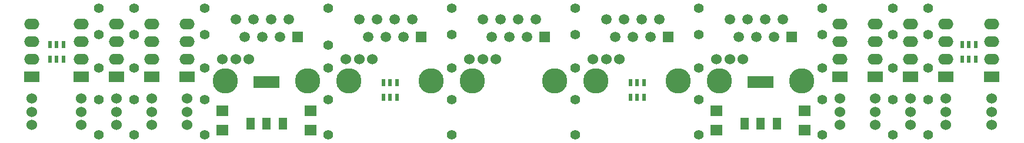
<source format=gbr>
G04 #@! TF.FileFunction,Soldermask,Top*
%FSLAX46Y46*%
G04 Gerber Fmt 4.6, Leading zero omitted, Abs format (unit mm)*
G04 Created by KiCad (PCBNEW 0.201601131446+6458~42~ubuntu14.04.1-product) date Mon 18 Jan 2016 18:54:52 CET*
%MOMM*%
G01*
G04 APERTURE LIST*
%ADD10C,0.100000*%
%ADD11C,1.400000*%
%ADD12C,3.649980*%
%ADD13R,1.501140X1.501140*%
%ADD14C,1.501140*%
%ADD15C,1.524000*%
%ADD16R,1.803400X1.600200*%
%ADD17R,2.199640X1.524000*%
%ADD18O,2.199640X1.524000*%
%ADD19R,1.300480X1.800860*%
%ADD20R,3.799840X1.800860*%
%ADD21R,0.599440X1.000760*%
G04 APERTURE END LIST*
D10*
D11*
X44450000Y-112522000D03*
X44450000Y-107442000D03*
X44450000Y-102870000D03*
X44450000Y-98044000D03*
X44450000Y-94234000D03*
X163830000Y-112522000D03*
X163830000Y-107442000D03*
X163830000Y-102870000D03*
X163830000Y-98044000D03*
X163830000Y-94234000D03*
X158750000Y-112522000D03*
X158750000Y-107442000D03*
X158750000Y-102870000D03*
X158750000Y-98044000D03*
X158750000Y-94234000D03*
X148590000Y-112522000D03*
X130810000Y-112522000D03*
X113030000Y-112522000D03*
X95250000Y-112522000D03*
X77470000Y-112522000D03*
X59690000Y-112522000D03*
X148590000Y-107442000D03*
X130810000Y-107442000D03*
X113030000Y-107442000D03*
X95250000Y-107442000D03*
X77470000Y-107442000D03*
X59690000Y-107442000D03*
X148590000Y-102870000D03*
X130810000Y-102870000D03*
X113030000Y-102870000D03*
X95250000Y-102870000D03*
X77470000Y-102870000D03*
X59690000Y-102870000D03*
X148590000Y-98044000D03*
X130810000Y-98044000D03*
X113030000Y-98044000D03*
X95250000Y-98044000D03*
X77470000Y-99615000D03*
X59690000Y-98044000D03*
X148590000Y-94234000D03*
X130810000Y-94234000D03*
X113030000Y-94234000D03*
X95250000Y-94234000D03*
X77470000Y-94234000D03*
X59690000Y-94234000D03*
X49530000Y-112522000D03*
X49530000Y-107442000D03*
X49530000Y-102870000D03*
X49530000Y-98044000D03*
D12*
X80421480Y-104775000D03*
X92290900Y-104775000D03*
D13*
X90805000Y-98425000D03*
D14*
X89535000Y-95885000D03*
X88265000Y-98425000D03*
X86995000Y-95885000D03*
X85725000Y-98425000D03*
X84455000Y-95885000D03*
X83185000Y-98425000D03*
X81915000Y-95885000D03*
D15*
X151130000Y-111125000D03*
X151130000Y-109220000D03*
X156210000Y-107315000D03*
X133350000Y-101600000D03*
X156210000Y-109220000D03*
X161290000Y-107315000D03*
X115570000Y-101600000D03*
X161290000Y-109220000D03*
X166370000Y-107315000D03*
X97790000Y-101600000D03*
X166370000Y-109220000D03*
X172974000Y-107315000D03*
X80010000Y-101600000D03*
X172974000Y-109220000D03*
X52070000Y-107315000D03*
X62230000Y-101600000D03*
X64135000Y-101600000D03*
X137160000Y-101600000D03*
X172974000Y-111125000D03*
X81915000Y-101600000D03*
X119380000Y-101600000D03*
X166370000Y-111125000D03*
X99695000Y-101600000D03*
X83820000Y-101600000D03*
X156210000Y-111125000D03*
X117475000Y-101600000D03*
X57150000Y-107315000D03*
X161290000Y-111125000D03*
X135255000Y-101600000D03*
X101600000Y-101600000D03*
X52070000Y-111125000D03*
X57150000Y-109220000D03*
X66040000Y-101600000D03*
X41910000Y-111125000D03*
X52070000Y-109220000D03*
X151130000Y-107315000D03*
X57150000Y-111125000D03*
X46990000Y-109220000D03*
X46990000Y-107315000D03*
X46990000Y-111125000D03*
X41910000Y-109220000D03*
X41910000Y-107315000D03*
X34798000Y-111125000D03*
X34798000Y-109220000D03*
X34798000Y-107315000D03*
D16*
X74930000Y-109093000D03*
X74930000Y-111887000D03*
X133350000Y-109093000D03*
X133350000Y-111887000D03*
X62230000Y-111887000D03*
X62230000Y-109093000D03*
X146050000Y-109093000D03*
X146050000Y-111887000D03*
D17*
X151130000Y-104140000D03*
D18*
X151130000Y-101600000D03*
X151130000Y-99060000D03*
X151130000Y-96520000D03*
D17*
X156210000Y-104140000D03*
D18*
X156210000Y-101600000D03*
X156210000Y-99060000D03*
X156210000Y-96520000D03*
D17*
X161290000Y-104140000D03*
D18*
X161290000Y-101600000D03*
X161290000Y-99060000D03*
X161290000Y-96520000D03*
D17*
X166370000Y-104140000D03*
D18*
X166370000Y-101600000D03*
X166370000Y-99060000D03*
X166370000Y-96520000D03*
D17*
X172974000Y-104140000D03*
D18*
X172974000Y-101600000D03*
X172974000Y-99060000D03*
X172974000Y-96520000D03*
D17*
X57150000Y-104140000D03*
D18*
X57150000Y-101600000D03*
X57150000Y-99060000D03*
X57150000Y-96520000D03*
D17*
X52070000Y-104140000D03*
D18*
X52070000Y-101600000D03*
X52070000Y-99060000D03*
X52070000Y-96520000D03*
D17*
X46990000Y-104140000D03*
D18*
X46990000Y-101600000D03*
X46990000Y-99060000D03*
X46990000Y-96520000D03*
D17*
X41910000Y-104140000D03*
D18*
X41910000Y-101600000D03*
X41910000Y-99060000D03*
X41910000Y-96520000D03*
D17*
X34798000Y-104140000D03*
D18*
X34798000Y-101600000D03*
X34798000Y-99060000D03*
X34798000Y-96520000D03*
D19*
X137398760Y-110949740D03*
X139700000Y-110949740D03*
X142001240Y-110949740D03*
D20*
X139700000Y-104950260D03*
D19*
X66278760Y-110949740D03*
X68580000Y-110949740D03*
X70881240Y-110949740D03*
D20*
X68580000Y-104950260D03*
D21*
X85407500Y-107101640D03*
X87312500Y-107101640D03*
X86360000Y-107101640D03*
X87312500Y-104988360D03*
X85407500Y-104988360D03*
X86360000Y-104988360D03*
X120967500Y-107101640D03*
X122872500Y-107101640D03*
X121920000Y-107101640D03*
X122872500Y-104988360D03*
X120967500Y-104988360D03*
X121920000Y-104988360D03*
X37401500Y-101640640D03*
X39306500Y-101640640D03*
X38354000Y-101640640D03*
X39306500Y-99527360D03*
X37401500Y-99527360D03*
X38354000Y-99527360D03*
X168719500Y-101640640D03*
X170624500Y-101640640D03*
X169672000Y-101640640D03*
X170624500Y-99527360D03*
X168719500Y-99527360D03*
X169672000Y-99527360D03*
D12*
X62641480Y-104775000D03*
X74510900Y-104775000D03*
D13*
X73025000Y-98425000D03*
D14*
X71755000Y-95885000D03*
X70485000Y-98425000D03*
X69215000Y-95885000D03*
X67945000Y-98425000D03*
X66675000Y-95885000D03*
X65405000Y-98425000D03*
X64135000Y-95885000D03*
D12*
X98201480Y-104775000D03*
X110070900Y-104775000D03*
D13*
X108585000Y-98425000D03*
D14*
X107315000Y-95885000D03*
X106045000Y-98425000D03*
X104775000Y-95885000D03*
X103505000Y-98425000D03*
X102235000Y-95885000D03*
X100965000Y-98425000D03*
X99695000Y-95885000D03*
D12*
X115981480Y-104775000D03*
X127850900Y-104775000D03*
D13*
X126365000Y-98425000D03*
D14*
X125095000Y-95885000D03*
X123825000Y-98425000D03*
X122555000Y-95885000D03*
X121285000Y-98425000D03*
X120015000Y-95885000D03*
X118745000Y-98425000D03*
X117475000Y-95885000D03*
D12*
X133761480Y-104775000D03*
X145630900Y-104775000D03*
D13*
X144145000Y-98425000D03*
D14*
X142875000Y-95885000D03*
X141605000Y-98425000D03*
X140335000Y-95885000D03*
X139065000Y-98425000D03*
X137795000Y-95885000D03*
X136525000Y-98425000D03*
X135255000Y-95885000D03*
D11*
X49530000Y-94234000D03*
M02*

</source>
